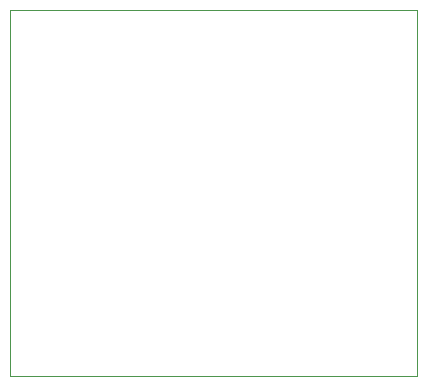
<source format=gbr>
G04 #@! TF.GenerationSoftware,KiCad,Pcbnew,5.1.2*
G04 #@! TF.CreationDate,2019-06-25T15:37:04+02:00*
G04 #@! TF.ProjectId,esp01-tempsensor,65737030-312d-4746-956d-7073656e736f,rev?*
G04 #@! TF.SameCoordinates,Original*
G04 #@! TF.FileFunction,Profile,NP*
%FSLAX46Y46*%
G04 Gerber Fmt 4.6, Leading zero omitted, Abs format (unit mm)*
G04 Created by KiCad (PCBNEW 5.1.2) date 2019-06-25 15:37:04*
%MOMM*%
%LPD*%
G04 APERTURE LIST*
%ADD10C,0.050000*%
G04 APERTURE END LIST*
D10*
X157988000Y-103886000D02*
X123571000Y-103886000D01*
X157988000Y-134874000D02*
X157988000Y-103886000D01*
X157353000Y-134874000D02*
X157988000Y-134874000D01*
X123571000Y-134874000D02*
X157353000Y-134874000D01*
X123571000Y-103886000D02*
X123571000Y-134874000D01*
M02*

</source>
